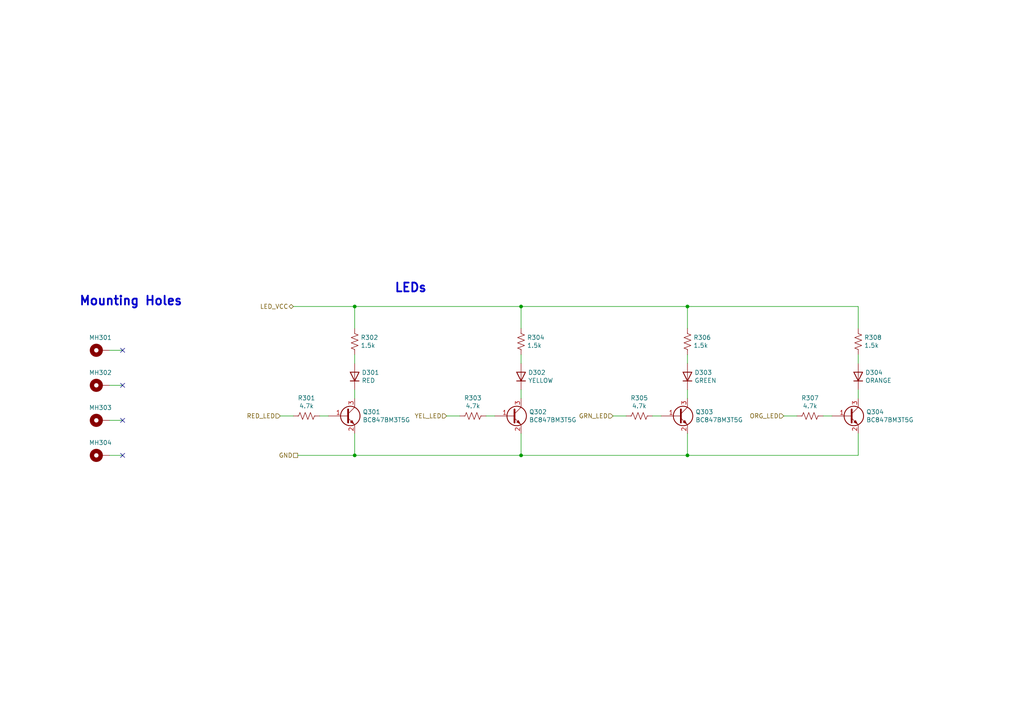
<source format=kicad_sch>
(kicad_sch (version 20230121) (generator eeschema)
  (paper "A4")
  (title_block (title "PyCubed Battery Board") (rev "revB1"))
  (lib_symbols
    (symbol "Device:D" (pin_numbers hide) (pin_names (offset 1.016) hide)
      (property "Reference" "D" (at 0 2.54 0))
      (property "Value" "D" (at 0 -2.54 0))
      (symbol "D_0_1"
        (polyline (pts (xy -1.27 1.27) (xy -1.27 -1.27)) (stroke (width 0.254)))
        (polyline (pts (xy 1.27 0) (xy -1.27 0)))
        (polyline (pts (xy 1.27 1.27) (xy 1.27 -1.27) (xy -1.27 0) (xy 1.27 1.27)) (stroke (width 0.254)))
      )
      (symbol "D_1_1"
        (pin passive line (at -3.81 0 0) (length 2.54) (name "K") (number "1"))
        (pin passive line (at 3.81 0 180) (length 2.54) (name "A") (number "2"))
      )
    )
    (symbol "Device:Q_NPN_BEC" (pin_names (offset 0) hide)
      (property "Reference" "Q" (at 5.08 1.27 0))
      (property "Value" "Q_NPN_BEC" (at 5.08 -1.27 0))
      (symbol "Q_NPN_BEC_0_1"
        (polyline (pts (xy 0.635 0.635) (xy 2.54 2.54)))
        (polyline (pts (xy 0.635 -0.635) (xy 2.54 -2.54) (xy 2.54 -2.54)))
        (polyline (pts (xy 0.635 1.905) (xy 0.635 -1.905) (xy 0.635 -1.905)) (stroke (width 0.508)))
        (polyline (pts (xy 1.27 -1.778) (xy 1.778 -1.27) (xy 2.286 -2.286) (xy 1.27 -1.778) (xy 1.27 -1.778)) (fill (type outline)))
        (circle (center 1.27 0) (radius 2.8194) (stroke (width 0.254)))
      )
      (symbol "Q_NPN_BEC_1_1"
        (pin input line (at -5.08 0 0) (length 5.715) (name "B") (number "1"))
        (pin passive line (at 2.54 -5.08 90) (length 2.54) (name "E") (number "2"))
        (pin passive line (at 2.54 5.08 270) (length 2.54) (name "C") (number "3"))
      )
    )
    (symbol "Device:R_US" (pin_numbers hide) (pin_names (offset 0))
      (property "Reference" "R" (at 2.54 0 90))
      (property "Value" "R_US" (at -2.54 0 90))
      (symbol "R_US_0_1"
        (polyline (pts (xy 0 -2.286) (xy 0 -2.54)))
        (polyline (pts (xy 0 2.286) (xy 0 2.54)))
        (polyline (pts (xy 0 -0.762) (xy 1.016 -1.143) (xy 0 -1.524) (xy -1.016 -1.905) (xy 0 -2.286)))
        (polyline (pts (xy 0 0.762) (xy 1.016 0.381) (xy 0 0) (xy -1.016 -0.381) (xy 0 -0.762)))
        (polyline (pts (xy 0 2.286) (xy 1.016 1.905) (xy 0 1.524) (xy -1.016 1.143) (xy 0 0.762)))
      )
      (symbol "R_US_1_1"
        (pin passive line (at 0 3.81 270) (length 1.27) (name "~") (number "1"))
        (pin passive line (at 0 -3.81 90) (length 1.27) (name "~") (number "2"))
      )
    )
    (symbol "Mechanical:MountingHole_Pad" (pin_numbers hide) (pin_names (offset 1.016) hide)
      (property "Reference" "H" (at 0 6.35 0))
      (property "Value" "MountingHole_Pad" (at 0 4.445 0))
      (symbol "MountingHole_Pad_0_1"
        (circle (center 0 1.27) (radius 1.27) (stroke (width 1.27)))
      )
      (symbol "MountingHole_Pad_1_1"
        (pin input line (at 0 -2.54 90) (length 2.54) (name "1") (number "1"))
      )
    )
  )
  (junction (at 102.87 88.9))
  (junction (at 151.13 132.08))
  (junction (at 199.39 88.9))
  (junction (at 102.87 132.08))
  (junction (at 151.13 88.9))
  (junction (at 199.39 132.08))
  (no_connect (at 35.56 121.92))
  (no_connect (at 35.56 101.6))
  (no_connect (at 35.56 132.08))
  (no_connect (at 35.56 111.76))
  (wire (pts (xy 102.87 88.9) (xy 102.87 95.25)))
  (wire (pts (xy 31.75 101.6) (xy 35.56 101.6)))
  (wire (pts (xy 102.87 88.9) (xy 151.13 88.9)))
  (wire (pts (xy 151.13 132.08) (xy 151.13 125.73)))
  (wire (pts (xy 231.14 120.65) (xy 227.33 120.65)))
  (wire (pts (xy 199.39 102.87) (xy 199.39 105.41)))
  (wire (pts (xy 191.77 120.65) (xy 189.23 120.65)))
  (wire (pts (xy 133.35 120.65) (xy 129.54 120.65)))
  (wire (pts (xy 248.92 88.9) (xy 248.92 95.25)))
  (wire (pts (xy 31.75 111.76) (xy 35.56 111.76)))
  (wire (pts (xy 102.87 102.87) (xy 102.87 105.41)))
  (wire (pts (xy 31.75 121.92) (xy 35.56 121.92)))
  (wire (pts (xy 143.51 120.65) (xy 140.97 120.65)))
  (wire (pts (xy 248.92 102.87) (xy 248.92 105.41)))
  (wire (pts (xy 199.39 113.03) (xy 199.39 115.57)))
  (wire (pts (xy 151.13 88.9) (xy 151.13 95.25)))
  (wire (pts (xy 31.75 132.08) (xy 35.56 132.08)))
  (wire (pts (xy 85.09 88.9) (xy 102.87 88.9)))
  (wire (pts (xy 248.92 113.03) (xy 248.92 115.57)))
  (wire (pts (xy 102.87 132.08) (xy 151.13 132.08)))
  (wire (pts (xy 199.39 88.9) (xy 199.39 95.25)))
  (wire (pts (xy 86.36 132.08) (xy 102.87 132.08)))
  (wire (pts (xy 151.13 88.9) (xy 199.39 88.9)))
  (wire (pts (xy 95.25 120.65) (xy 92.71 120.65)))
  (wire (pts (xy 85.09 120.65) (xy 81.28 120.65)))
  (wire (pts (xy 151.13 113.03) (xy 151.13 115.57)))
  (wire (pts (xy 181.61 120.65) (xy 177.8 120.65)))
  (wire (pts (xy 199.39 132.08) (xy 248.92 132.08)))
  (wire (pts (xy 248.92 132.08) (xy 248.92 125.73)))
  (wire (pts (xy 102.87 132.08) (xy 102.87 125.73)))
  (wire (pts (xy 151.13 102.87) (xy 151.13 105.41)))
  (wire (pts (xy 151.13 132.08) (xy 199.39 132.08)))
  (wire (pts (xy 241.3 120.65) (xy 238.76 120.65)))
  (wire (pts (xy 102.87 113.03) (xy 102.87 115.57)))
  (wire (pts (xy 199.39 88.9) (xy 248.92 88.9)))
  (wire (pts (xy 199.39 132.08) (xy 199.39 125.73)))
  (text "Mounting Holes" (at 22.86 88.9 0) (effects (font (size 2.54 2.54) (thickness 0.508) bold) (justify left bottom)))
  (text "LEDs" (at 114.3 85.09 0) (effects (font (size 2.54 2.54) (thickness 0.508) bold) (justify left bottom)))
  (hierarchical_label "YEL_LED" (shape input) (at 129.54 120.65 180))
  (hierarchical_label "LED_VCC" (shape bidirectional) (at 85.09 88.9 180))
  (hierarchical_label "GRN_LED" (shape input) (at 177.8 120.65 180))
  (hierarchical_label "ORG_LED" (shape input) (at 227.33 120.65 180))
  (hierarchical_label "RED_LED" (shape input) (at 81.28 120.65 180))
  (hierarchical_label "GND" (shape passive) (at 86.36 132.08 180))
  (symbol (lib_id "Device:R_US") (at 102.87 99.06 0) (unit 1)
    (property "Reference" "R302" (at 104.5972 97.8916 0) (effects (justify left)))
    (property "Value" "1.5k" (at 104.5972 100.203 0) (effects (justify left)))
    (property "Footprint" "Resistor_SMD:R_0402_1005Metric" (effects hide))
  )
  (symbol (lib_id "Device:D") (at 102.87 109.22 90) (unit 1)
    (property "Reference" "D301" (at 104.902 108.0516 90) (effects (justify right)))
    (property "Value" "RED" (at 104.902 110.363 90) (effects (justify right)))
    (property "Footprint" "SLI-Blank-Card:APA2107x" (effects hide))
    (property "Datasheet" "APA2107LSECK/J3-PRV" (effects hide))
    (property "Manufacturer_Part_Number" "APA2107LSECK/J3-PRV" (effects hide))
  )
  (symbol (lib_id "Device:R_US") (at 88.9 120.65 270) (unit 1)
    (property "Reference" "R301" (at 88.9 115.443 90))
    (property "Value" "4.7k" (at 88.9 117.7544 90))
    (property "Footprint" "Resistor_SMD:R_0402_1005Metric" (effects hide))
  )
  (symbol (lib_id "Device:R_US") (at 151.13 99.06 0) (unit 1)
    (property "Reference" "R304" (at 152.8572 97.8916 0) (effects (justify left)))
    (property "Value" "1.5k" (at 152.8572 100.203 0) (effects (justify left)))
    (property "Footprint" "Resistor_SMD:R_0402_1005Metric" (effects hide))
  )
  (symbol (lib_id "Device:D") (at 151.13 109.22 90) (unit 1)
    (property "Reference" "D302" (at 153.162 108.0516 90) (effects (justify right)))
    (property "Value" "YELLOW" (at 153.162 110.363 90) (effects (justify right)))
    (property "Footprint" "SLI-Blank-Card:APA2107x" (effects hide))
    (property "Datasheet" "APA2107SYCK/J3-PRV" (effects hide))
    (property "Manufacturer_Part_Number" "APA2107SYCK/J3-PRV" (effects hide))
  )
  (symbol (lib_id "Device:R_US") (at 137.16 120.65 270) (unit 1)
    (property "Reference" "R303" (at 137.16 115.443 90))
    (property "Value" "4.7k" (at 137.16 117.7544 90))
    (property "Footprint" "Resistor_SMD:R_0402_1005Metric" (effects hide))
  )
  (symbol (lib_id "Device:R_US") (at 199.39 99.06 0) (unit 1)
    (property "Reference" "R306" (at 201.1172 97.8916 0) (effects (justify left)))
    (property "Value" "1.5k" (at 201.1172 100.203 0) (effects (justify left)))
    (property "Footprint" "Resistor_SMD:R_0402_1005Metric" (effects hide))
  )
  (symbol (lib_id "Device:D") (at 199.39 109.22 90) (unit 1)
    (property "Reference" "D303" (at 201.422 108.0516 90) (effects (justify right)))
    (property "Value" "GREEN" (at 201.422 110.363 90) (effects (justify right)))
    (property "Footprint" "SLI-Blank-Card:APA2107x" (effects hide))
    (property "Datasheet" "APA2107CGCK" (effects hide))
    (property "Manufacturer_Part_Number" "APA2107CGCK" (effects hide))
  )
  (symbol (lib_id "Device:R_US") (at 185.42 120.65 270) (unit 1)
    (property "Reference" "R305" (at 185.42 115.443 90))
    (property "Value" "4.7k" (at 185.42 117.7544 90))
    (property "Footprint" "Resistor_SMD:R_0402_1005Metric" (effects hide))
  )
  (symbol (lib_id "Device:R_US") (at 248.92 99.06 0) (unit 1)
    (property "Reference" "R308" (at 250.6472 97.8916 0) (effects (justify left)))
    (property "Value" "1.5k" (at 250.6472 100.203 0) (effects (justify left)))
    (property "Footprint" "Resistor_SMD:R_0402_1005Metric" (effects hide))
  )
  (symbol (lib_id "Device:D") (at 248.92 109.22 90) (unit 1)
    (property "Reference" "D304" (at 250.952 108.0516 90) (effects (justify right)))
    (property "Value" "ORANGE" (at 250.952 110.363 90) (effects (justify right)))
    (property "Footprint" "SLI-Blank-Card:APA2107x" (effects hide))
    (property "Datasheet" "APA2107SECK/J4-PRV" (effects hide))
    (property "Manufacturer_Part_Number" "APA2107SECK/J4-PRV" (effects hide))
  )
  (symbol (lib_id "Device:R_US") (at 234.95 120.65 270) (unit 1)
    (property "Reference" "R307" (at 234.95 115.443 90))
    (property "Value" "4.7k" (at 234.95 117.7544 90))
    (property "Footprint" "Resistor_SMD:R_0402_1005Metric" (effects hide))
  )
  (symbol (lib_id "Device:Q_NPN_BEC") (at 148.59 120.65 0) (unit 1)
    (property "Reference" "Q302" (at 153.4414 119.4816 0) (effects (justify left)))
    (property "Value" "BC847BM3T5G" (at 153.4414 121.793 0) (effects (justify left)))
    (property "Footprint" "Package_TO_SOT_SMD:SOT-723" (effects hide))
    (property "Manufacturer_Part_Number" "BC847BM3T5G" (effects hide))
  )
  (symbol (lib_id "Device:Q_NPN_BEC") (at 196.85 120.65 0) (unit 1)
    (property "Reference" "Q303" (at 201.7014 119.4816 0) (effects (justify left)))
    (property "Value" "BC847BM3T5G" (at 201.7014 121.793 0) (effects (justify left)))
    (property "Footprint" "Package_TO_SOT_SMD:SOT-723" (effects hide))
    (property "Manufacturer_Part_Number" "BC847BM3T5G" (effects hide))
  )
  (symbol (lib_id "Device:Q_NPN_BEC") (at 246.38 120.65 0) (unit 1)
    (property "Reference" "Q304" (at 251.2314 119.4816 0) (effects (justify left)))
    (property "Value" "BC847BM3T5G" (at 251.2314 121.793 0) (effects (justify left)))
    (property "Footprint" "Package_TO_SOT_SMD:SOT-723" (effects hide))
    (property "Manufacturer_Part_Number" "BC847BM3T5G" (effects hide))
  )
  (symbol (lib_id "Mechanical:MountingHole_Pad") (at 29.21 101.6 90) (unit 1)
    (property "Reference" "MH301" (at 29.1338 97.917 90))
    (property "Value" "MountingHole_Pad" (effects hide))
    (property "Footprint" "SLI-Blank-Card:125mil_hole" (effects hide))
  )
  (symbol (lib_id "Mechanical:MountingHole_Pad") (at 29.21 111.76 90) (unit 1)
    (property "Reference" "MH302" (at 29.1338 108.077 90))
    (property "Value" "SLI-Backplane-Blank-Card-KiCad:125mil_hole" (effects hide))
    (property "Footprint" "SLI-Blank-Card:125mil_hole" (effects hide))
  )
  (symbol (lib_id "Mechanical:MountingHole_Pad") (at 29.21 121.92 90) (unit 1)
    (property "Reference" "MH303" (at 29.1338 118.237 90))
    (property "Value" "SLI-Backplane-Blank-Card-KiCad:125mil_hole" (effects hide))
    (property "Footprint" "SLI-Blank-Card:125mil_hole" (effects hide))
  )
  (symbol (lib_id "Mechanical:MountingHole_Pad") (at 29.21 132.08 90) (unit 1)
    (property "Reference" "MH304" (at 29.1338 128.397 90))
    (property "Value" "SLI-Backplane-Blank-Card-KiCad:125mil_hole" (effects hide))
    (property "Footprint" "SLI-Blank-Card:125mil_hole" (effects hide))
  )
  (symbol (lib_id "Device:Q_NPN_BEC") (at 100.33 120.65 0) (unit 1)
    (property "Reference" "Q301" (at 105.1814 119.4816 0) (effects (justify left)))
    (property "Value" "BC847BM3T5G" (at 105.1814 121.793 0) (effects (justify left)))
    (property "Footprint" "Package_TO_SOT_SMD:SOT-723" (effects hide))
    (property "Manufacturer_Part_Number" "BC847BM3T5G" (effects hide))
  )
)
</source>
